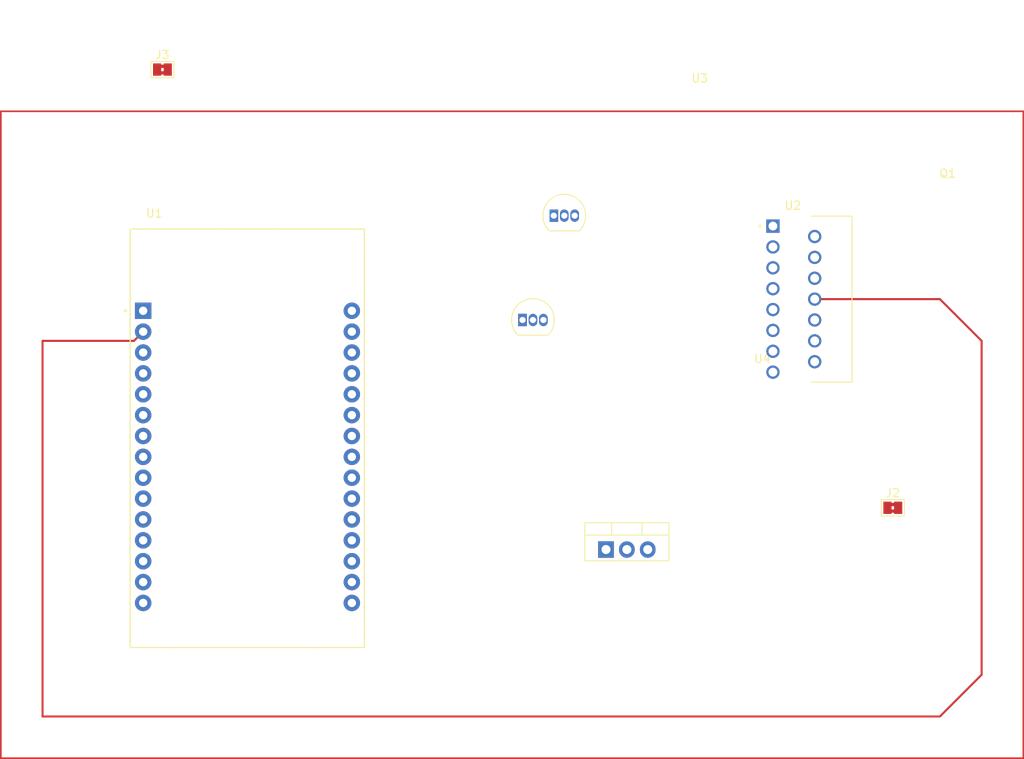
<source format=kicad_pcb>
(kicad_pcb (version 20221018) (generator pcbnew)
  (layers (0 "F.Cu" signal) (31 "B.Cu" signal) (34 "B.Paste" user) (35 "F.Paste" user) (36 "B.SilkS" user "B.Silkscreen") (37 "F.SilkS" user "F.Silkscreen") (38 "B.Mask" user) (39 "F.Mask" user) (44 "Edge.Cuts" user))
  (net 0 "")
  (net 1 "Net-(Q1-C)")
  (net 2 "Net-(Q1-B)")
  (net 22 "Net-(U1-D26)")
  (net 23 "Net-(U1-D25)")
  (net 24 "Net-(U1-D33)")
  (net 27 "Net-(U1-VN)")
  (net 32 "GND")
  (net 39 "Net-(J2-Pin_1)")
  (net 40 "Net-(J3-Pin_1)")
  (footprint "Package_TO_SOT_THT:TO-92_Inline" (layer "F.Cu") (at 153.67 55.88)
    (fp_text reference "Q1" (at 47.935 -5.12) (layer "F.SilkS"))
    (fp_text value "2SA1015")
    (fp_line (start -0.53 1.85) (end 3.07 1.85) (stroke (width 0.12)) (layer "F.SilkS"))
    (fp_arc (start -0.568478 1.838478) (mid -1.132087 -0.994977) (end 1.27 -2.6) (stroke (width 0.12)) (layer "F.SilkS"))
    (fp_arc (start 1.27 -2.6) (mid 3.672087 -0.994977) (end 3.108478 1.838478) (stroke (width 0.12)) (layer "F.SilkS"))
    (pad "1" thru_hole rect (at 0 0) (size 1.05 1.5) (drill 0.75) (layers "*.Cu" "*.Mask") (net 40 "Net-(J3-Pin_1)"))
    (pad "2" thru_hole oval (at 1.27 0) (size 1.05 1.5) (drill 0.75) (layers "*.Cu" "*.Mask") (net 1 "Net-(Q1-C)"))
    (pad "3" thru_hole oval (at 2.54 0) (size 1.05 1.5) (drill 0.75) (layers "*.Cu" "*.Mask") (net 2 "Net-(Q1-B)"))
  )
  (footprint "esp32:MODULE_ESP32_DEVKIT_V1" (layer "F.Cu") (at 116.385 82.975)
    (fp_text reference "U1" (at -11.355 -27.36) (layer "F.SilkS"))
    (fp_text value "ESP32-DEVKIT-V1")
    (fp_line (start -14.28 -25.475) (end -3.211 -25.475) (stroke (width 0.127)) (layer "F.SilkS"))
    (fp_line (start -14.28 -25.475) (end 14.23 -25.475) (stroke (width 0.127)) (layer "F.SilkS"))
    (fp_line (start -14.28 25.475) (end -14.28 -25.475) (stroke (width 0.127)) (layer "F.SilkS"))
    (fp_line (start -14.28 25.475) (end -14.28 -25.475) (stroke (width 0.127)) (layer "F.SilkS"))
    (fp_line (start -14.28 25.475) (end -8.91 25.475) (stroke (width 0.127)) (layer "F.SilkS"))
    (fp_line (start -8.91 25.475) (end 8.78 25.475) (stroke (width 0.127)) (layer "F.SilkS"))
    (fp_line (start -3.211 -25.475) (end 3.5 -25.475) (stroke (width 0.127)) (layer "F.SilkS"))
    (fp_line (start 3.5 -25.475) (end 14.23 -25.475) (stroke (width 0.127)) (layer "F.SilkS"))
    (fp_line (start 8.78 25.475) (end 14.23 25.475) (stroke (width 0.127)) (layer "F.SilkS"))
    (fp_line (start 14.23 -25.475) (end 14.23 25.475) (stroke (width 0.127)) (layer "F.SilkS"))
    (fp_line (start 14.23 -25.475) (end 14.23 25.475) (stroke (width 0.127)) (layer "F.SilkS"))
    (fp_line (start 14.23 25.475) (end -14.28 25.475) (stroke (width 0.127)) (layer "F.SilkS"))
    (fp_circle (center -14.85 -15.515) (end -14.75 -15.515) (stroke (width 0.2)) (fill none) (layer "F.SilkS"))
    (pad "" np_thru_hole circle (at -12.28 -23.475) (size 3 3) (drill 3) (layers "*.Cu" "*.Mask"))
    (pad "" np_thru_hole circle (at -12.28 23.475) (size 3 3) (drill 3) (layers "*.Cu" "*.Mask"))
    (pad "" np_thru_hole circle (at 12.23 -23.475) (size 3 3) (drill 3) (layers "*.Cu" "*.Mask"))
    (pad "" np_thru_hole circle (at 12.23 23.475) (size 3 3) (drill 3) (layers "*.Cu" "*.Mask"))
    (pad "1" thru_hole rect (at -12.7 -15.515) (size 2 2) (drill 1.02) (layers "*.Cu" "*.Mask"))
    (pad "2" thru_hole circle (at -12.7 -12.975) (size 2 2) (drill 1.02) (layers "*.Cu" "*.Mask") (net 39 "Net-(J2-Pin_1)"))
    (pad "3" thru_hole circle (at -12.7 -10.435) (size 2 2) (drill 1.02) (layers "*.Cu" "*.Mask"))
    (pad "4" thru_hole circle (at -12.7 -7.895) (size 2 2) (drill 1.02) (layers "*.Cu" "*.Mask"))
    (pad "5" thru_hole circle (at -12.7 -5.355) (size 2 2) (drill 1.02) (layers "*.Cu" "*.Mask"))
    (pad "6" thru_hole circle (at -12.7 -2.815) (size 2 2) (drill 1.02) (layers "*.Cu" "*.Mask"))
    (pad "7" thru_hole circle (at -12.7 -0.275) (size 2 2) (drill 1.02) (layers "*.Cu" "*.Mask"))
    (pad "8" thru_hole circle (at -12.7 2.265) (size 2 2) (drill 1.02) (layers "*.Cu" "*.Mask"))
    (pad "9" thru_hole circle (at -12.7 4.805) (size 2 2) (drill 1.02) (layers "*.Cu" "*.Mask"))
    (pad "10" thru_hole circle (at -12.7 7.345) (size 2 2) (drill 1.02) (layers "*.Cu" "*.Mask"))
    (pad "11" thru_hole circle (at -12.7 9.885) (size 2 2) (drill 1.02) (layers "*.Cu" "*.Mask"))
    (pad "12" thru_hole circle (at -12.7 12.425) (size 2 2) (drill 1.02) (layers "*.Cu" "*.Mask"))
    (pad "13" thru_hole circle (at -12.7 14.965) (size 2 2) (drill 1.02) (layers "*.Cu" "*.Mask"))
    (pad "14" thru_hole circle (at -12.7 17.505) (size 2 2) (drill 1.02) (layers "*.Cu" "*.Mask"))
    (pad "15" thru_hole circle (at -12.7 20.045) (size 2 2) (drill 1.02) (layers "*.Cu" "*.Mask"))
    (pad "16" thru_hole circle (at 12.7 20.045) (size 2 2) (drill 1.02) (layers "*.Cu" "*.Mask"))
    (pad "17" thru_hole circle (at 12.7 17.505) (size 2 2) (drill 1.02) (layers "*.Cu" "*.Mask"))
    (pad "18" thru_hole circle (at 12.7 14.965) (size 2 2) (drill 1.02) (layers "*.Cu" "*.Mask") (net 27 "Net-(U1-VN)"))
    (pad "19" thru_hole circle (at 12.7 12.425) (size 2 2) (drill 1.02) (layers "*.Cu" "*.Mask") (net 2 "Net-(Q1-B)"))
    (pad "20" thru_hole circle (at 12.7 9.885) (size 2 2) (drill 1.02) (layers "*.Cu" "*.Mask"))
    (pad "21" thru_hole circle (at 12.7 7.345) (size 2 2) (drill 1.02) (layers "*.Cu" "*.Mask"))
    (pad "22" thru_hole circle (at 12.7 4.805) (size 2 2) (drill 1.02) (layers "*.Cu" "*.Mask") (net 24 "Net-(U1-D33)"))
    (pad "23" thru_hole circle (at 12.7 2.265) (size 2 2) (drill 1.02) (layers "*.Cu" "*.Mask") (net 23 "Net-(U1-D25)"))
    (pad "24" thru_hole circle (at 12.7 -0.275) (size 2 2) (drill 1.02) (layers "*.Cu" "*.Mask") (net 22 "Net-(U1-D26)"))
    (pad "25" thru_hole circle (at 12.7 -2.815) (size 2 2) (drill 1.02) (layers "*.Cu" "*.Mask"))
    (pad "26" thru_hole circle (at 12.7 -5.355) (size 2 2) (drill 1.02) (layers "*.Cu" "*.Mask"))
    (pad "27" thru_hole circle (at 12.7 -7.895) (size 2 2) (drill 1.02) (layers "*.Cu" "*.Mask"))
    (pad "28" thru_hole circle (at 12.7 -10.435) (size 2 2) (drill 1.02) (layers "*.Cu" "*.Mask"))
    (pad "29" thru_hole circle (at 12.7 -12.975) (size 2 2) (drill 1.02) (layers "*.Cu" "*.Mask") (net 39 "Net-(J2-Pin_1)"))
    (pad "30" thru_hole circle (at 12.7 -15.515) (size 2 2) (drill 1.02) (layers "*.Cu" "*.Mask"))
  )
  (footprint "Package_TO_SOT_THT:TO-220-3_Vertical" (layer "F.Cu") (at 160.02 96.52)
    (fp_text reference "U4" (at 19.03 -23.21) (layer "F.SilkS"))
    (fp_text value "LM7805_TO220")
    (fp_line (start -2.58 -3.27) (end -2.58 1.371) (stroke (width 0.12)) (layer "F.SilkS"))
    (fp_line (start -2.58 -3.27) (end 7.66 -3.27) (stroke (width 0.12)) (layer "F.SilkS"))
    (fp_line (start -2.58 -1.76) (end 7.66 -1.76) (stroke (width 0.12)) (layer "F.SilkS"))
    (fp_line (start -2.58 1.371) (end 7.66 1.371) (stroke (width 0.12)) (layer "F.SilkS"))
    (fp_line (start 0.69 -3.27) (end 0.69 -1.76) (stroke (width 0.12)) (layer "F.SilkS"))
    (fp_line (start 4.391 -3.27) (end 4.391 -1.76) (stroke (width 0.12)) (layer "F.SilkS"))
    (fp_line (start 7.66 -3.27) (end 7.66 1.371) (stroke (width 0.12)) (layer "F.SilkS"))
    (pad "1" thru_hole rect (at 0 0) (size 1.905 2) (drill 1.1) (layers "*.Cu" "*.Mask") (net 1 "Net-(Q1-C)"))
    (pad "2" thru_hole oval (at 2.54 0) (size 1.905 2) (drill 1.1) (layers "*.Cu" "*.Mask") (net 32 "GND"))
    (pad "3" thru_hole oval (at 5.08 0) (size 1.905 2) (drill 1.1) (layers "*.Cu" "*.Mask") (net 27 "Net-(U1-VN)"))
  )
  (footprint "L298N:TO127P2020X500X2100-15" (layer "F.Cu") (at 180.34 57.15)
    (fp_text reference "U2" (at 2.425 -2.495) (layer "F.SilkS"))
    (fp_text value "L298N")
    (fp_line (start 4.63 18.99) (end 9.63 18.99) (stroke (width 0.127)) (layer "F.SilkS"))
    (fp_line (start 9.63 -1.21) (end 4.63 -1.21) (stroke (width 0.127)) (layer "F.SilkS"))
    (fp_line (start 9.63 18.99) (end 9.63 -1.21) (stroke (width 0.127)) (layer "F.SilkS"))
    (fp_circle (center -1.59 0) (end -1.49 0) (stroke (width 0.2)) (fill none) (layer "F.SilkS"))
    (pad "1" thru_hole rect (at 0 0) (size 1.62 1.62) (drill 1.08) (layers "*.Cu" "*.Mask"))
    (pad "2" thru_hole circle (at 5.08 1.27) (size 1.62 1.62) (drill 1.08) (layers "*.Cu" "*.Mask"))
    (pad "3" thru_hole circle (at 0 2.54) (size 1.62 1.62) (drill 1.08) (layers "*.Cu" "*.Mask"))
    (pad "4" thru_hole circle (at 5.08 3.81) (size 1.62 1.62) (drill 1.08) (layers "*.Cu" "*.Mask") (net 1 "Net-(Q1-C)"))
    (pad "5" thru_hole circle (at 0 5.08) (size 1.62 1.62) (drill 1.08) (layers "*.Cu" "*.Mask") (net 23 "Net-(U1-D25)"))
    (pad "6" thru_hole circle (at 5.08 6.35) (size 1.62 1.62) (drill 1.08) (layers "*.Cu" "*.Mask") (net 32 "GND"))
    (pad "7" thru_hole circle (at 0 7.62) (size 1.62 1.62) (drill 1.08) (layers "*.Cu" "*.Mask") (net 22 "Net-(U1-D26)"))
    (pad "8" thru_hole circle (at 5.08 8.89) (size 1.62 1.62) (drill 1.08) (layers "*.Cu" "*.Mask") (net 39 "Net-(J2-Pin_1)"))
    (pad "9" thru_hole circle (at 0 10.16) (size 1.62 1.62) (drill 1.08) (layers "*.Cu" "*.Mask"))
    (pad "10" thru_hole circle (at 5.08 11.43) (size 1.62 1.62) (drill 1.08) (layers "*.Cu" "*.Mask"))
    (pad "11" thru_hole circle (at 0 12.7) (size 1.62 1.62) (drill 1.08) (layers "*.Cu" "*.Mask") (net 32 "GND"))
    (pad "12" thru_hole circle (at 5.08 13.97) (size 1.62 1.62) (drill 1.08) (layers "*.Cu" "*.Mask"))
    (pad "13" thru_hole circle (at 0 15.24) (size 1.62 1.62) (drill 1.08) (layers "*.Cu" "*.Mask"))
    (pad "14" thru_hole circle (at 5.08 16.51) (size 1.62 1.62) (drill 1.08) (layers "*.Cu" "*.Mask"))
    (pad "15" thru_hole circle (at 0 17.78) (size 1.62 1.62) (drill 1.08) (layers "*.Cu" "*.Mask"))
  )
  (footprint "Jumper:SolderJumper-2_P1.3mm_Bridged2Bar_Pad1.0x1.5mm" (layer "F.Cu") (at 194.93 91.44)
    (fp_text reference "J2" (at 0 -1.8) (layer "F.SilkS"))
    (fp_text value "Conn_01x01_Socket")
    (fp_poly (pts (xy -0.25 -0.6) (xy 0.25 -0.6) (xy 0.25 -0.2) (xy -0.25 -0.2)) (fill solid) (layer "F.Cu"))
    (fp_poly (pts (xy -0.25 0.2) (xy 0.25 0.2) (xy 0.25 0.6) (xy -0.25 0.6)) (fill solid) (layer "F.Cu"))
    (fp_line (start -1.4 -1) (end 1.4 -1) (stroke (width 0.12)) (layer "F.SilkS"))
    (fp_line (start -1.4 1) (end -1.4 -1) (stroke (width 0.12)) (layer "F.SilkS"))
    (fp_line (start 1.4 -1) (end 1.4 1) (stroke (width 0.12)) (layer "F.SilkS"))
    (fp_line (start 1.4 1) (end -1.4 1) (stroke (width 0.12)) (layer "F.SilkS"))
    (pad "1" smd rect (at -0.65 0) (size 1 1.5) (layers "F.Cu" "F.Mask") (net 39 "Net-(J2-Pin_1)"))
    (pad "2" smd rect (at 0.65 0) (size 1 1.5) (layers "F.Cu" "F.Mask"))
  )
  (footprint "Package_TO_SOT_THT:TO-92_Inline" (layer "F.Cu") (at 149.86 68.58)
    (fp_text reference "U3" (at 21.57 -29.41) (layer "F.SilkS"))
    (fp_text value "DS18B20")
    (fp_line (start -0.53 1.85) (end 3.07 1.85) (stroke (width 0.12)) (layer "F.SilkS"))
    (fp_arc (start -0.568478 1.838478) (mid -1.132087 -0.994977) (end 1.27 -2.6) (stroke (width 0.12)) (layer "F.SilkS"))
    (fp_arc (start 1.27 -2.6) (mid 3.672087 -0.994977) (end 3.108478 1.838478) (stroke (width 0.12)) (layer "F.SilkS"))
    (pad "1" thru_hole rect (at 0 0) (size 1.05 1.5) (drill 0.75) (layers "*.Cu" "*.Mask") (net 39 "Net-(J2-Pin_1)"))
    (pad "2" thru_hole oval (at 1.27 0) (size 1.05 1.5) (drill 0.75) (layers "*.Cu" "*.Mask") (net 24 "Net-(U1-D33)"))
    (pad "3" thru_hole oval (at 2.54 0) (size 1.05 1.5) (drill 0.75) (layers "*.Cu" "*.Mask") (net 27 "Net-(U1-VN)"))
  )
  (footprint "Jumper:SolderJumper-2_P1.3mm_Bridged2Bar_Pad1.0x1.5mm" (layer "F.Cu") (at 106.03 38.1)
    (fp_text reference "J3" (at 0 -1.8) (layer "F.SilkS"))
    (fp_text value "Conn_01x01_Socket")
    (fp_poly (pts (xy -0.25 -0.6) (xy 0.25 -0.6) (xy 0.25 -0.2) (xy -0.25 -0.2)) (fill solid) (layer "F.Cu"))
    (fp_poly (pts (xy -0.25 0.2) (xy 0.25 0.2) (xy 0.25 0.6) (xy -0.25 0.6)) (fill solid) (layer "F.Cu"))
    (fp_line (start -1.4 -1) (end 1.4 -1) (stroke (width 0.12)) (layer "F.SilkS"))
    (fp_line (start -1.4 1) (end -1.4 -1) (stroke (width 0.12)) (layer "F.SilkS"))
    (fp_line (start 1.4 -1) (end 1.4 1) (stroke (width 0.12)) (layer "F.SilkS"))
    (fp_line (start 1.4 1) (end -1.4 1) (stroke (width 0.12)) (layer "F.SilkS"))
    (pad "1" smd rect (at -0.65 0) (size 1 1.5) (layers "F.Cu" "F.Mask") (net 40 "Net-(J3-Pin_1)"))
    (pad "2" smd rect (at 0.65 0) (size 1 1.5) (layers "F.Cu" "F.Mask"))
  )
  (gr_line (start 210.82 121.92) (end 86.36 121.92) (stroke (width 0.2)) (layer "F.Cu"))
  (gr_line (start 86.36 43.18) (end 210.82 43.18) (stroke (width 0.2)) (layer "F.Cu"))
  (gr_line (start 86.36 121.92) (end 86.36 43.18) (stroke (width 0.2)) (layer "F.Cu"))
  (gr_line (start 210.82 43.18) (end 210.82 121.92) (stroke (width 0.2)) (layer "F.Cu"))
  (segment (start 200.66 66.04) (end 185.42 66.04) (width 0.25) (layer "F.Cu") (net 39))
  (segment (start 103.685 70) (end 102.565 71.12) (width 0.25) (layer "F.Cu") (net 39))
  (segment (start 200.66 116.84) (end 205.74 111.76) (width 0.25) (layer "F.Cu") (net 39))
  (segment (start 91.44 116.84) (end 200.66 116.84) (width 0.25) (layer "F.Cu") (net 39))
  (segment (start 205.74 71.12) (end 200.66 66.04) (width 0.25) (layer "F.Cu") (net 39))
  (segment (start 91.44 71.12) (end 91.44 116.84) (width 0.25) (layer "F.Cu") (net 39))
  (segment (start 102.565 71.12) (end 91.44 71.12) (width 0.25) (layer "F.Cu") (net 39))
  (segment (start 205.74 111.76) (end 205.74 71.12) (width 0.25) (layer "F.Cu") (net 39))
)
</source>
